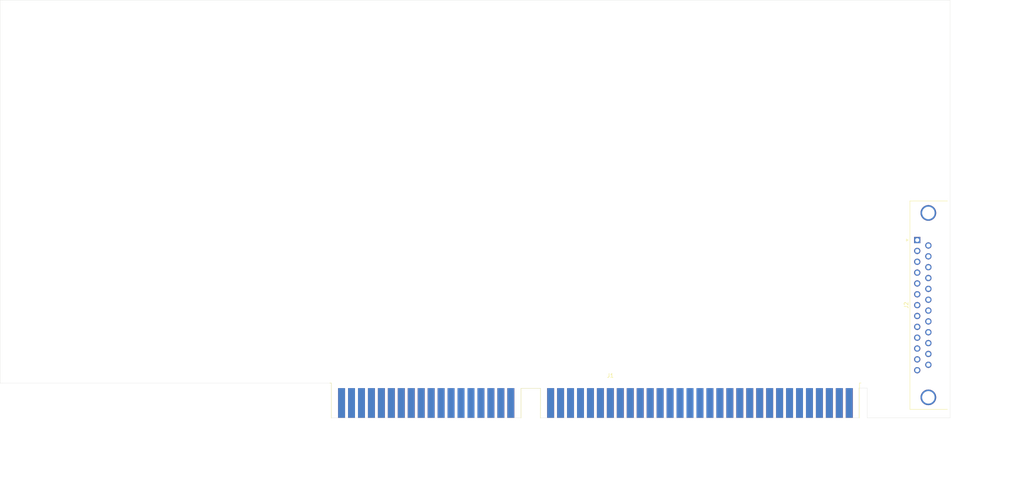
<source format=kicad_pcb>
(kicad_pcb (version 20240108) (generator "pcbnew") (generator_version "8.0")
  (layers (0 "F.Cu" signal) (31 "B.Cu" signal) (34 "B.Paste" user) (35 "F.Paste" user) (36 "B.SilkS" user "B.Silkscreen") (37 "F.SilkS" user "F.Silkscreen") (38 "B.Mask" user) (39 "F.Mask" user) (44 "Edge.Cuts" user))
  (net 0 "")
  (footprint "Connector_PCBEdge:BUS_AT" (layer "F.Cu") (at 254 123.19)
    (property "Reference" "J1" (at -60.96 -6.99 0) (layer "F.SilkS"))
    (property "Value" "Bus_ISA_16bit")
    (fp_line (start -132.15 -5.1) (end -132.55 -5.1) (stroke (width 0.12)) (layer "F.SilkS"))
    (fp_line (start -132.15 3.85) (end -132.15 -5.1) (stroke (width 0.12)) (layer "F.SilkS"))
    (fp_line (start -83.75 -3.75) (end -78.8 -3.75) (stroke (width 0.12)) (layer "F.SilkS"))
    (fp_line (start -83.75 3.85) (end -83.75 -3.75) (stroke (width 0.12)) (layer "F.SilkS"))
    (fp_line (start -78.8 -3.75) (end -78.8 3.85) (stroke (width 0.12)) (layer "F.SilkS"))
    (fp_line (start 2.6 -5.1) (end 3 -5.1) (stroke (width 0.12)) (layer "F.SilkS"))
    (fp_line (start 2.6 3.85) (end 2.6 -5.1) (stroke (width 0.12)) (layer "F.SilkS"))
    (pad "1" connect rect (at 0 0) (size 1.78 7.62) (layers "B.Cu" "B.Mask"))
    (pad "2" connect rect (at -2.54 0) (size 1.78 7.62) (layers "B.Cu" "B.Mask"))
    (pad "3" connect rect (at -5.08 0) (size 1.78 7.62) (layers "B.Cu" "B.Mask"))
    (pad "4" connect rect (at -7.62 0) (size 1.78 7.62) (layers "B.Cu" "B.Mask"))
    (pad "5" connect rect (at -10.16 0) (size 1.78 7.62) (layers "B.Cu" "B.Mask"))
    (pad "6" connect rect (at -12.7 0) (size 1.78 7.62) (layers "B.Cu" "B.Mask"))
    (pad "7" connect rect (at -15.24 0) (size 1.78 7.62) (layers "B.Cu" "B.Mask"))
    (pad "8" connect rect (at -17.78 0) (size 1.78 7.62) (layers "B.Cu" "B.Mask"))
    (pad "9" connect rect (at -20.32 0) (size 1.78 7.62) (layers "B.Cu" "B.Mask"))
    (pad "10" connect rect (at -22.86 0) (size 1.78 7.62) (layers "B.Cu" "B.Mask"))
    (pad "11" connect rect (at -25.4 0) (size 1.78 7.62) (layers "B.Cu" "B.Mask"))
    (pad "12" connect rect (at -27.94 0) (size 1.78 7.62) (layers "B.Cu" "B.Mask"))
    (pad "13" connect rect (at -30.48 0) (size 1.78 7.62) (layers "B.Cu" "B.Mask"))
    (pad "14" connect rect (at -33.02 0) (size 1.78 7.62) (layers "B.Cu" "B.Mask"))
    (pad "15" connect rect (at -35.56 0) (size 1.78 7.62) (layers "B.Cu" "B.Mask"))
    (pad "16" connect rect (at -38.1 0) (size 1.78 7.62) (layers "B.Cu" "B.Mask"))
    (pad "17" connect rect (at -40.64 0) (size 1.78 7.62) (layers "B.Cu" "B.Mask"))
    (pad "18" connect rect (at -43.18 0) (size 1.78 7.62) (layers "B.Cu" "B.Mask"))
    (pad "19" connect rect (at -45.72 0) (size 1.78 7.62) (layers "B.Cu" "B.Mask"))
    (pad "20" connect rect (at -48.26 0) (size 1.78 7.62) (layers "B.Cu" "B.Mask"))
    (pad "21" connect rect (at -50.8 0) (size 1.78 7.62) (layers "B.Cu" "B.Mask"))
    (pad "22" connect rect (at -53.34 0) (size 1.78 7.62) (layers "B.Cu" "B.Mask"))
    (pad "23" connect rect (at -55.88 0) (size 1.78 7.62) (layers "B.Cu" "B.Mask"))
    (pad "24" connect rect (at -58.42 0) (size 1.78 7.62) (layers "B.Cu" "B.Mask"))
    (pad "25" connect rect (at -60.96 0) (size 1.78 7.62) (layers "B.Cu" "B.Mask"))
    (pad "26" connect rect (at -63.5 0) (size 1.78 7.62) (layers "B.Cu" "B.Mask"))
    (pad "27" connect rect (at -66.04 0) (size 1.78 7.62) (layers "B.Cu" "B.Mask"))
    (pad "28" connect rect (at -68.58 0) (size 1.78 7.62) (layers "B.Cu" "B.Mask"))
    (pad "29" connect rect (at -71.12 0) (size 1.78 7.62) (layers "B.Cu" "B.Mask"))
    (pad "30" connect rect (at -73.66 0) (size 1.78 7.62) (layers "B.Cu" "B.Mask"))
    (pad "31" connect rect (at -76.2 0) (size 1.78 7.62) (layers "B.Cu" "B.Mask"))
    (pad "32" connect rect (at 0 0) (size 1.78 7.62) (layers "F.Cu" "F.Mask"))
    (pad "33" connect rect (at -2.54 0) (size 1.78 7.62) (layers "F.Cu" "F.Mask"))
    (pad "34" connect rect (at -5.08 0) (size 1.78 7.62) (layers "F.Cu" "F.Mask"))
    (pad "35" connect rect (at -7.62 0) (size 1.78 7.62) (layers "F.Cu" "F.Mask"))
    (pad "36" connect rect (at -10.16 0) (size 1.78 7.62) (layers "F.Cu" "F.Mask"))
    (pad "37" connect rect (at -12.7 0) (size 1.78 7.62) (layers "F.Cu" "F.Mask"))
    (pad "38" connect rect (at -15.24 0) (size 1.78 7.62) (layers "F.Cu" "F.Mask"))
    (pad "39" connect rect (at -17.78 0) (size 1.78 7.62) (layers "F.Cu" "F.Mask"))
    (pad "40" connect rect (at -20.32 0) (size 1.78 7.62) (layers "F.Cu" "F.Mask"))
    (pad "41" connect rect (at -22.86 0) (size 1.78 7.62) (layers "F.Cu" "F.Mask"))
    (pad "42" connect rect (at -25.4 0) (size 1.78 7.62) (layers "F.Cu" "F.Mask"))
    (pad "43" connect rect (at -27.94 0) (size 1.78 7.62) (layers "F.Cu" "F.Mask"))
    (pad "44" connect rect (at -30.48 0) (size 1.78 7.62) (layers "F.Cu" "F.Mask"))
    (pad "45" connect rect (at -33.02 0) (size 1.78 7.62) (layers "F.Cu" "F.Mask"))
    (pad "46" connect rect (at -35.56 0) (size 1.78 7.62) (layers "F.Cu" "F.Mask"))
    (pad "47" connect rect (at -38.1 0) (size 1.78 7.62) (layers "F.Cu" "F.Mask"))
    (pad "48" connect rect (at -40.64 0) (size 1.78 7.62) (layers "F.Cu" "F.Mask"))
    (pad "49" connect rect (at -43.18 0) (size 1.78 7.62) (layers "F.Cu" "F.Mask"))
    (pad "50" connect rect (at -45.72 0) (size 1.78 7.62) (layers "F.Cu" "F.Mask"))
    (pad "51" connect rect (at -48.26 0) (size 1.78 7.62) (layers "F.Cu" "F.Mask"))
    (pad "52" connect rect (at -50.8 0) (size 1.78 7.62) (layers "F.Cu" "F.Mask"))
    (pad "53" connect rect (at -53.34 0) (size 1.78 7.62) (layers "F.Cu" "F.Mask"))
    (pad "54" connect rect (at -55.88 0) (size 1.78 7.62) (layers "F.Cu" "F.Mask"))
    (pad "55" connect rect (at -58.42 0) (size 1.78 7.62) (layers "F.Cu" "F.Mask"))
    (pad "56" connect rect (at -60.96 0) (size 1.78 7.62) (layers "F.Cu" "F.Mask"))
    (pad "57" connect rect (at -63.5 0) (size 1.78 7.62) (layers "F.Cu" "F.Mask"))
    (pad "58" connect rect (at -66.04 0) (size 1.78 7.62) (layers "F.Cu" "F.Mask"))
    (pad "59" connect rect (at -68.58 0) (size 1.78 7.62) (layers "F.Cu" "F.Mask"))
    (pad "60" connect rect (at -71.12 0) (size 1.78 7.62) (layers "F.Cu" "F.Mask"))
    (pad "61" connect rect (at -73.66 0) (size 1.78 7.62) (layers "F.Cu" "F.Mask"))
    (pad "62" connect rect (at -76.2 0) (size 1.78 7.62) (layers "F.Cu" "F.Mask"))
    (pad "63" connect rect (at -86.36 0) (size 1.78 7.62) (layers "B.Cu" "B.Mask"))
    (pad "64" connect rect (at -88.9 0) (size 1.78 7.62) (layers "B.Cu" "B.Mask"))
    (pad "65" connect rect (at -91.44 0) (size 1.78 7.62) (layers "B.Cu" "B.Mask"))
    (pad "66" connect rect (at -93.98 0) (size 1.78 7.62) (layers "B.Cu" "B.Mask"))
    (pad "67" connect rect (at -96.52 0) (size 1.78 7.62) (layers "B.Cu" "B.Mask"))
    (pad "68" connect rect (at -99.06 0) (size 1.78 7.62) (layers "B.Cu" "B.Mask"))
    (pad "69" connect rect (at -101.6 0) (size 1.78 7.62) (layers "B.Cu" "B.Mask"))
    (pad "70" connect rect (at -104.14 0) (size 1.78 7.62) (layers "B.Cu" "B.Mask"))
    (pad "71" connect rect (at -106.68 0) (size 1.78 7.62) (layers "B.Cu" "B.Mask"))
    (pad "72" connect rect (at -109.22 0) (size 1.78 7.62) (layers "B.Cu" "B.Mask"))
    (pad "73" connect rect (at -111.76 0) (size 1.78 7.62) (layers "B.Cu" "B.Mask"))
    (pad "74" connect rect (at -114.3 0) (size 1.78 7.62) (layers "B.Cu" "B.Mask"))
    (pad "75" connect rect (at -116.84 0) (size 1.78 7.62) (layers "B.Cu" "B.Mask"))
    (pad "76" connect rect (at -119.38 0) (size 1.78 7.62) (layers "B.Cu" "B.Mask"))
    (pad "77" connect rect (at -121.92 0) (size 1.78 7.62) (layers "B.Cu" "B.Mask"))
    (pad "78" connect rect (at -124.46 0) (size 1.78 7.62) (layers "B.Cu" "B.Mask"))
    (pad "79" connect rect (at -127 0) (size 1.78 7.62) (layers "B.Cu" "B.Mask"))
    (pad "80" connect rect (at -129.54 0) (size 1.78 7.62) (layers "B.Cu" "B.Mask"))
    (pad "81" connect rect (at -86.36 0) (size 1.78 7.62) (layers "F.Cu" "F.Mask"))
    (pad "82" connect rect (at -88.9 0) (size 1.78 7.62) (layers "F.Cu" "F.Mask"))
    (pad "83" connect rect (at -91.44 0) (size 1.78 7.62) (layers "F.Cu" "F.Mask"))
    (pad "84" connect rect (at -93.98 0) (size 1.78 7.62) (layers "F.Cu" "F.Mask"))
    (pad "85" connect rect (at -96.52 0) (size 1.78 7.62) (layers "F.Cu" "F.Mask"))
    (pad "86" connect rect (at -99.06 0) (size 1.78 7.62) (layers "F.Cu" "F.Mask"))
    (pad "87" connect rect (at -101.6 0) (size 1.78 7.62) (layers "F.Cu" "F.Mask"))
    (pad "88" connect rect (at -104.14 0) (size 1.78 7.62) (layers "F.Cu" "F.Mask"))
    (pad "89" connect rect (at -106.68 0) (size 1.78 7.62) (layers "F.Cu" "F.Mask"))
    (pad "90" connect rect (at -109.22 0) (size 1.78 7.62) (layers "F.Cu" "F.Mask"))
    (pad "91" connect rect (at -111.76 0) (size 1.78 7.62) (layers "F.Cu" "F.Mask"))
    (pad "92" connect rect (at -114.3 0) (size 1.78 7.62) (layers "F.Cu" "F.Mask"))
    (pad "93" connect rect (at -116.84 0) (size 1.78 7.62) (layers "F.Cu" "F.Mask"))
    (pad "94" connect rect (at -119.38 0) (size 1.78 7.62) (layers "F.Cu" "F.Mask"))
    (pad "95" connect rect (at -121.92 0) (size 1.78 7.62) (layers "F.Cu" "F.Mask"))
    (pad "96" connect rect (at -124.46 0) (size 1.78 7.62) (layers "F.Cu" "F.Mask"))
    (pad "97" connect rect (at -127 0) (size 1.78 7.62) (layers "F.Cu" "F.Mask"))
    (pad "98" connect rect (at -129.54 0) (size 1.78 7.62) (layers "F.Cu" "F.Mask"))
  )
  (footprint "pc-parts:PC_BRACKET_ISA_KEYSTONE_9200_Rev1_1" (layer "F.Cu") (at 254 127)
    (property "Reference" "BRACKET1" (hide yes))
    (property "Value" "~" (hide yes))
  )
  (footprint "Connector_Dsub:DSUB-25_Female_Horizontal_P2.77x2.84mm_EdgePinOffset4.94mm_Housed_MountingHolesOffset4.94mm" (layer "F.Cu") (at 271.337669 81.5732 90)
    (property "Reference" "J2" (at -16.62 -2.8 90) (layer "F.SilkS"))
    (property "Value" "DB25_Receptacle_MountingHoles")
    (fp_line (start 0.25 -2.754338) (end 0 -2.321325) (stroke (width 0.12)) (layer "F.SilkS"))
    (fp_line (start -0.25 -2.754338) (end 0.25 -2.754338) (stroke (width 0.12)) (layer "F.SilkS"))
    (fp_line (start 0 -2.321325) (end -0.25 -2.754338) (stroke (width 0.12)) (layer "F.SilkS"))
    (fp_line (start 9.99 -1.86) (end 9.99 7.72) (stroke (width 0.12)) (layer "F.SilkS"))
    (fp_line (start -43.23 -1.86) (end 9.99 -1.86) (stroke (width 0.12)) (layer "F.SilkS"))
    (fp_line (start -43.23 7.72) (end -43.23 -1.86) (stroke (width 0.12)) (layer "F.SilkS"))
    (pad "0" thru_hole circle (at -40.17 2.84 90) (size 4 4) (drill 3.2) (layers "*.Cu" "*.Mask"))
    (pad "0" thru_hole circle (at 6.93 2.84 90) (size 4 4) (drill 3.2) (layers "*.Cu" "*.Mask"))
    (pad "1" thru_hole rect (at 0 0 90) (size 1.6 1.6) (drill 1) (layers "*.Cu" "*.Mask"))
    (pad "2" thru_hole circle (at -2.77 0 90) (size 1.6 1.6) (drill 1) (layers "*.Cu" "*.Mask"))
    (pad "3" thru_hole circle (at -5.54 0 90) (size 1.6 1.6) (drill 1) (layers "*.Cu" "*.Mask"))
    (pad "4" thru_hole circle (at -8.31 0 90) (size 1.6 1.6) (drill 1) (layers "*.Cu" "*.Mask"))
    (pad "5" thru_hole circle (at -11.08 0 90) (size 1.6 1.6) (drill 1) (layers "*.Cu" "*.Mask"))
    (pad "6" thru_hole circle (at -13.85 0 90) (size 1.6 1.6) (drill 1) (layers "*.Cu" "*.Mask"))
    (pad "7" thru_hole circle (at -16.62 0 90) (size 1.6 1.6) (drill 1) (layers "*.Cu" "*.Mask"))
    (pad "8" thru_hole circle (at -19.39 0 90) (size 1.6 1.6) (drill 1) (layers "*.Cu" "*.Mask"))
    (pad "9" thru_hole circle (at -22.16 0 90) (size 1.6 1.6) (drill 1) (layers "*.Cu" "*.Mask"))
    (pad "10" thru_hole circle (at -24.93 0 90) (size 1.6 1.6) (drill 1) (layers "*.Cu" "*.Mask"))
    (pad "11" thru_hole circle (at -27.7 0 90) (size 1.6 1.6) (drill 1) (layers "*.Cu" "*.Mask"))
    (pad "12" thru_hole circle (at -30.47 0 90) (size 1.6 1.6) (drill 1) (layers "*.Cu" "*.Mask"))
    (pad "13" thru_hole circle (at -33.24 0 90) (size 1.6 1.6) (drill 1) (layers "*.Cu" "*.Mask"))
    (pad "14" thru_hole circle (at -1.385 2.84 90) (size 1.6 1.6) (drill 1) (layers "*.Cu" "*.Mask"))
    (pad "15" thru_hole circle (at -4.155 2.84 90) (size 1.6 1.6) (drill 1) (layers "*.Cu" "*.Mask"))
    (pad "16" thru_hole circle (at -6.925 2.84 90) (size 1.6 1.6) (drill 1) (layers "*.Cu" "*.Mask"))
    (pad "17" thru_hole circle (at -9.695 2.84 90) (size 1.6 1.6) (drill 1) (layers "*.Cu" "*.Mask"))
    (pad "18" thru_hole circle (at -12.465 2.84 90) (size 1.6 1.6) (drill 1) (layers "*.Cu" "*.Mask"))
    (pad "19" thru_hole circle (at -15.235 2.84 90) (size 1.6 1.6) (drill 1) (layers "*.Cu" "*.Mask"))
    (pad "20" thru_hole circle (at -18.005 2.84 90) (size 1.6 1.6) (drill 1) (layers "*.Cu" "*.Mask"))
    (pad "21" thru_hole circle (at -20.775 2.84 90) (size 1.6 1.6) (drill 1) (layers "*.Cu" "*.Mask"))
    (pad "22" thru_hole circle (at -23.545 2.84 90) (size 1.6 1.6) (drill 1) (layers "*.Cu" "*.Mask"))
    (pad "23" thru_hole circle (at -26.315 2.84 90) (size 1.6 1.6) (drill 1) (layers "*.Cu" "*.Mask"))
    (pad "24" thru_hole circle (at -29.085 2.84 90) (size 1.6 1.6) (drill 1) (layers "*.Cu" "*.Mask"))
    (pad "25" thru_hole circle (at -31.855 2.84 90) (size 1.6 1.6) (drill 1) (layers "*.Cu" "*.Mask"))
  )
  (gr_line (start 170.2308 127) (end 121.8692 127) (stroke (width 0.05)) (layer "Edge.Cuts"))
  (gr_line (start 37.338 20.32) (end 37.338 118.11) (stroke (width 0.05)) (layer "Edge.Cuts"))
  (gr_line (start 258.572 119.38) (end 258.572 127) (stroke (width 0.05)) (layer "Edge.Cuts"))
  (gr_line (start 121.8692 127) (end 121.8692 118.11) (stroke (width 0.05)) (layer "Edge.Cuts"))
  (gr_line (start 170.2308 119.4308) (end 170.2308 127) (stroke (width 0.05)) (layer "Edge.Cuts"))
  (gr_line (start 279.7048 20.32) (end 37.338 20.32) (stroke (width 0.05)) (layer "Edge.Cuts"))
  (gr_line (start 175.26 119.4308) (end 170.2308 119.4308) (stroke (width 0.05)) (layer "Edge.Cuts"))
  (gr_line (start 258.572 127) (end 279.7048 127) (stroke (width 0.05)) (layer "Edge.Cuts"))
  (gr_line (start 254 127) (end 256.413 127) (stroke (width 0.05)) (layer "Edge.Cuts"))
  (gr_line (start 121.8692 118.11) (end 37.338 118.11) (stroke (width 0.05)) (layer "Edge.Cuts"))
  (gr_line (start 256.413 127) (end 256.413 119.38) (stroke (width 0.05)) (layer "Edge.Cuts"))
  (gr_line (start 175.2092 127) (end 175.26 119.4308) (stroke (width 0.05)) (layer "Edge.Cuts"))
  (gr_line (start 279.7048 127) (end 279.7048 20.32) (stroke (width 0.05)) (layer "Edge.Cuts"))
  (gr_line (start 254 127) (end 175.2092 127) (stroke (width 0.05)) (layer "Edge.Cuts"))
  (gr_line (start 256.413 119.38) (end 258.572 119.38) (stroke (width 0.05)) (layer "Edge.Cuts"))
)
</source>
